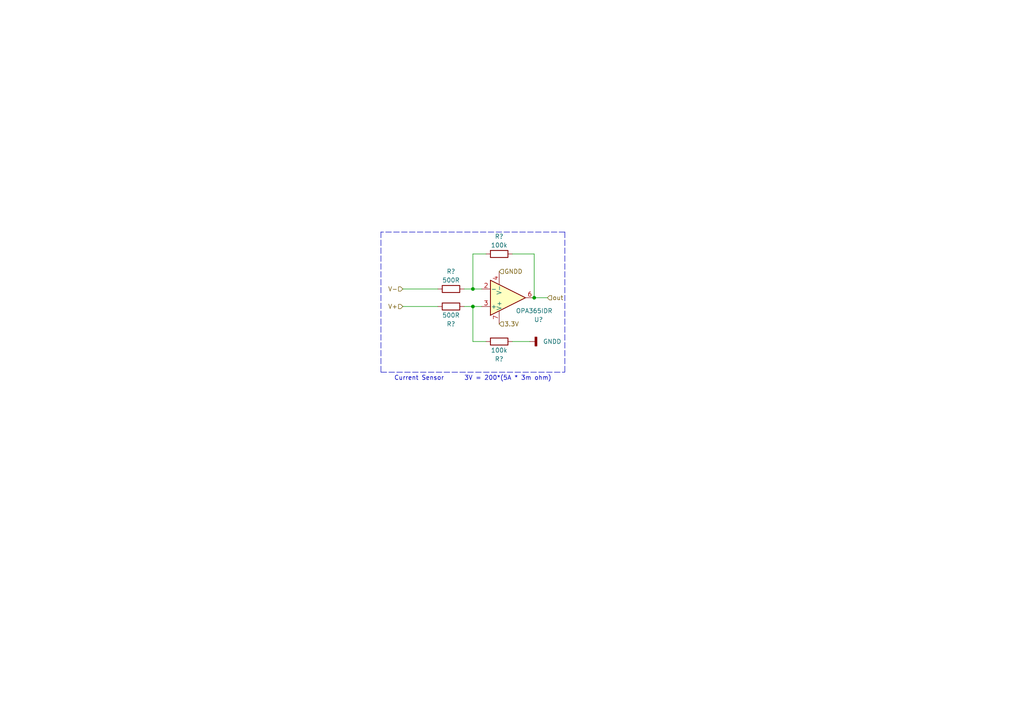
<source format=kicad_sch>
(kicad_sch (version 20211123) (generator eeschema)
  (paper "A4")
  (lib_symbols
    (symbol "Amplifier_Operational:OPA365xxD" (pin_names (offset 0.127))
      (property "Reference" "U" (at 0 6.35 0))
      (property "Value" "OPA365xxD" (at 0 3.81 0))
      (symbol "OPA365xxD_0_1"
        (polyline (pts (xy -5.08 5.08) (xy 5.08 0) (xy -5.08 -5.08) (xy -5.08 5.08)) (stroke (width 0.254)) (fill (type background)))
      )
      (symbol "OPA365xxD_1_1"
        (pin no_connect line (at -2.54 2.54 270) (length 2.54) hide (name "NC") (number "1"))
        (pin input line (at -7.62 -2.54 0) (length 2.54) (name "-") (number "2"))
        (pin input line (at -7.62 2.54 0) (length 2.54) (name "+") (number "3"))
        (pin power_in line (at -2.54 -7.62 90) (length 3.81) (name "V-") (number "4"))
        (pin no_connect line (at 0 2.54 270) (length 2.54) hide (name "NC") (number "5"))
        (pin output line (at 7.62 0 180) (length 2.54) (name "~") (number "6"))
        (pin power_in line (at -2.54 7.62 270) (length 3.81) (name "V+") (number "7"))
        (pin no_connect line (at 0 -2.54 90) (length 2.54) hide (name "NC") (number "8"))
      )
    )
    (symbol "Device:R" (pin_numbers hide) (pin_names (offset 0))
      (property "Reference" "R" (at 2.032 0 90))
      (property "Value" "R" (at 0 0 90))
      (symbol "R_0_1"
        (rectangle (start -1.016 -2.54) (end 1.016 2.54) (stroke (width 0.254)))
      )
      (symbol "R_1_1"
        (pin passive line (at 0 3.81 270) (length 1.27) (name "~") (number "1"))
        (pin passive line (at 0 -3.81 90) (length 1.27) (name "~") (number "2"))
      )
    )
    (symbol "power:GNDD" (power) (pin_names (offset 0))
      (property "Value" "GNDD" (at 0 -3.175 0))
      (symbol "GNDD_0_1"
        (rectangle (start -1.27 -1.524) (end 1.27 -2.032) (stroke (width 0.254)) (fill (type outline)))
        (polyline (pts (xy 0 0) (xy 0 -1.524)))
      )
      (symbol "GNDD_1_1"
        (pin power_in line (at 0 0 270) (length 0) hide (name "GNDD") (number "1"))
      )
    )
  )
  (junction (at 137.16 83.82))
  (junction (at 154.94 86.36))
  (junction (at 137.16 88.9))
  (wire (pts (xy 137.16 83.82) (xy 139.7 83.82)))
  (wire (pts (xy 137.16 88.9) (xy 137.16 99.06)))
  (wire (pts (xy 116.84 83.82) (xy 127 83.82)))
  (wire (pts (xy 137.16 73.66) (xy 140.97 73.66)))
  (wire (pts (xy 137.16 99.06) (xy 140.97 99.06)))
  (wire (pts (xy 137.16 83.82) (xy 137.16 73.66)))
  (wire (pts (xy 148.59 99.06) (xy 153.67 99.06)))
  (wire (pts (xy 134.62 88.9) (xy 137.16 88.9)))
  (polyline (pts (xy 163.83 67.31) (xy 163.83 107.95)))
  (polyline (pts (xy 110.49 107.95) (xy 163.83 107.95)))
  (wire (pts (xy 137.16 88.9) (xy 139.7 88.9)))
  (polyline (pts (xy 110.49 67.31) (xy 110.49 107.95)))
  (wire (pts (xy 134.62 83.82) (xy 137.16 83.82)))
  (wire (pts (xy 154.94 73.66) (xy 154.94 86.36)))
  (wire (pts (xy 116.84 88.9) (xy 127 88.9)))
  (polyline (pts (xy 163.83 67.31) (xy 110.49 67.31)))
  (wire (pts (xy 148.59 73.66) (xy 154.94 73.66)))
  (wire (pts (xy 154.94 86.36) (xy 158.75 86.36)))
  (text "Current Sensor\n" (at 114.3 110.49 0) (effects (font (size 1.27 1.27)) (justify left bottom)))
  (text "3V = 200*(5A * 3m ohm)" (at 134.62 110.49 0) (effects (font (size 1.27 1.27)) (justify left bottom)))
  (hierarchical_label "3.3V" (shape input) (at 144.78 93.98 0))
  (hierarchical_label "out" (shape input) (at 158.75 86.36 0))
  (hierarchical_label "V+" (shape input) (at 116.84 88.9 180))
  (hierarchical_label "GNDD" (shape input) (at 144.78 78.74 0))
  (hierarchical_label "V-" (shape input) (at 116.84 83.82 180))
  (symbol (lib_id "Device:R") (at 144.78 73.66 90) (mirror x) (unit 1)
    (property "Reference" "R?" (at 144.78 68.58 90))
    (property "Value" "100k" (at 144.78 71.12 90))
  )
  (symbol (lib_id "Amplifier_Operational:OPA365xxD") (at 147.32 86.36 0) (mirror x) (unit 1)
    (property "Reference" "U?" (at 156.21 92.71 0))
    (property "Value" "OPA365IDR" (at 154.94 90.17 0))
    (property "Footprint" "Package_SO:SOIC-8_3.9x4.9mm_P1.27mm" (effects hide))
    (property "Datasheet" "http://www.ti.com/lit/ds/symlink/opa365.pdf" (effects hide))
  )
  (symbol (lib_id "Device:R") (at 144.78 99.06 90) (mirror x) (unit 1)
    (property "Reference" "R?" (at 144.78 104.14 90))
    (property "Value" "100k" (at 144.78 101.6 90))
  )
  (symbol (lib_id "power:GNDD") (at 153.67 99.06 90) (mirror x) (unit 1)
    (property "Reference" "#PWR0127" (effects hide))
    (property "Value" "GNDD" (at 157.48 99.0601 90) (effects (justify right)))
  )
  (symbol (lib_id "Device:R") (at 130.81 83.82 90) (mirror x) (unit 1)
    (property "Reference" "R?" (at 130.81 78.74 90))
    (property "Value" "500R" (at 130.81 81.28 90))
  )
  (symbol (lib_id "Device:R") (at 130.81 88.9 90) (mirror x) (unit 1)
    (property "Reference" "R?" (at 130.81 93.98 90))
    (property "Value" "500R" (at 130.81 91.44 90))
  )
)
</source>
